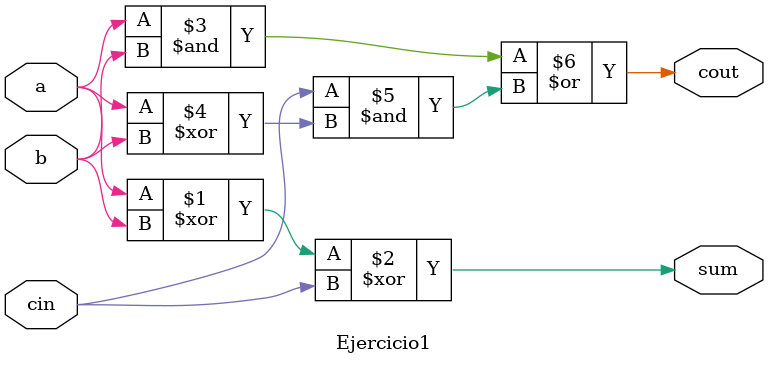
<source format=v>
  /*  Diseñe un módulo en Verilog que implemente un sumador completo de un bit con entradas a,b y
cin(carry in), y salidas sum y cout (carry out). Describir y simular con Icarus Verilog + GTKWave */

module Ejercicio1 (input a, input b, input cin, output sum, output cout);
assign sum = a ^ b ^ cin;
assign cout = (a & b) | (cin & (a ^ b));
endmodule
</source>
